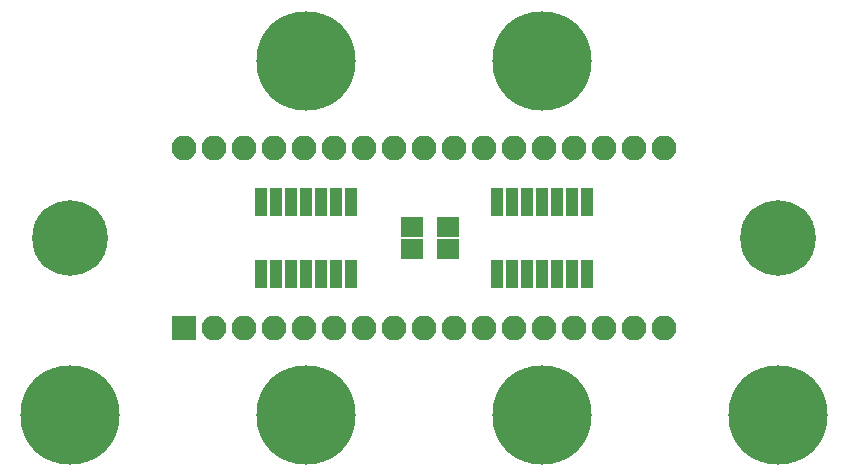
<source format=gbr>
G04 #@! TF.FileFunction,Soldermask,Top*
%FSLAX46Y46*%
G04 Gerber Fmt 4.6, Leading zero omitted, Abs format (unit mm)*
G04 Created by KiCad (PCBNEW 4.0.7-e2-6376~58~ubuntu16.04.1) date Fri Oct  5 04:37:02 2018*
%MOMM*%
%LPD*%
G01*
G04 APERTURE LIST*
%ADD10C,0.100000*%
%ADD11R,1.060400X2.432000*%
%ADD12R,1.900000X1.695400*%
%ADD13O,2.100000X2.100000*%
%ADD14R,2.100000X2.100000*%
%ADD15C,8.400000*%
%ADD16C,6.400000*%
G04 APERTURE END LIST*
D10*
D11*
X94810000Y-74926600D03*
X93540000Y-74926600D03*
X92270000Y-74926600D03*
X91000000Y-74926600D03*
X89730000Y-74926600D03*
X88460000Y-74926600D03*
X87190000Y-74926600D03*
X87190000Y-81073400D03*
X88460000Y-81073400D03*
X91000000Y-81073400D03*
X92270000Y-81073400D03*
X93540000Y-81073400D03*
X94810000Y-81073400D03*
X89730000Y-81073400D03*
X114810000Y-74926600D03*
X113540000Y-74926600D03*
X112270000Y-74926600D03*
X111000000Y-74926600D03*
X109730000Y-74926600D03*
X108460000Y-74926600D03*
X107190000Y-74926600D03*
X107190000Y-81073400D03*
X108460000Y-81073400D03*
X111000000Y-81073400D03*
X112270000Y-81073400D03*
X113540000Y-81073400D03*
X114810000Y-81073400D03*
X109730000Y-81073400D03*
D12*
X100000000Y-77050000D03*
X100000000Y-78950000D03*
X103000000Y-78950000D03*
X103000000Y-77050000D03*
D13*
X80680000Y-70380000D03*
X121320000Y-70380000D03*
X118780000Y-70380000D03*
X116240000Y-70380000D03*
X113700000Y-70380000D03*
X111160000Y-70380000D03*
X108620000Y-70380000D03*
X106080000Y-70380000D03*
X103540000Y-70380000D03*
X101000000Y-70380000D03*
X98460000Y-70380000D03*
X95920000Y-70380000D03*
X93380000Y-70380000D03*
X90840000Y-70380000D03*
X88300000Y-70380000D03*
X85760000Y-70380000D03*
X83220000Y-70380000D03*
D14*
X80680000Y-85620000D03*
D13*
X83220000Y-85620000D03*
X85760000Y-85620000D03*
X88300000Y-85620000D03*
X90840000Y-85620000D03*
X93380000Y-85620000D03*
X95920000Y-85620000D03*
X98460000Y-85620000D03*
X101000000Y-85620000D03*
X103540000Y-85620000D03*
X106080000Y-85620000D03*
X108620000Y-85620000D03*
X111160000Y-85620000D03*
X113700000Y-85620000D03*
X116240000Y-85620000D03*
X118780000Y-85620000D03*
X121320000Y-85620000D03*
D15*
X71000000Y-93000000D03*
X91000000Y-93000000D03*
X111000000Y-93000000D03*
X131000000Y-93000000D03*
X91000000Y-63000000D03*
X111000000Y-63000000D03*
D16*
X71000000Y-78000000D03*
X131000000Y-78000000D03*
M02*

</source>
